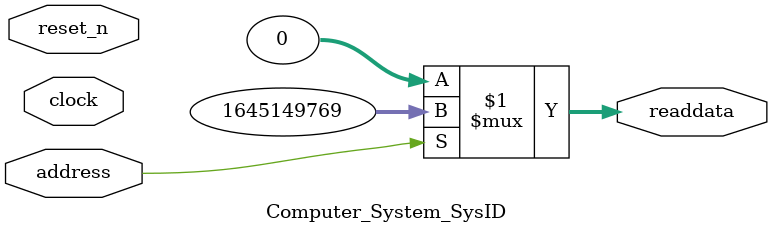
<source format=v>



// synthesis translate_off
`timescale 1ns / 1ps
// synthesis translate_on

// turn off superfluous verilog processor warnings 
// altera message_level Level1 
// altera message_off 10034 10035 10036 10037 10230 10240 10030 

module Computer_System_SysID (
               // inputs:
                address,
                clock,
                reset_n,

               // outputs:
                readdata
             )
;

  output  [ 31: 0] readdata;
  input            address;
  input            clock;
  input            reset_n;

  wire    [ 31: 0] readdata;
  //control_slave, which is an e_avalon_slave
  assign readdata = address ? 1645149769 : 0;

endmodule



</source>
